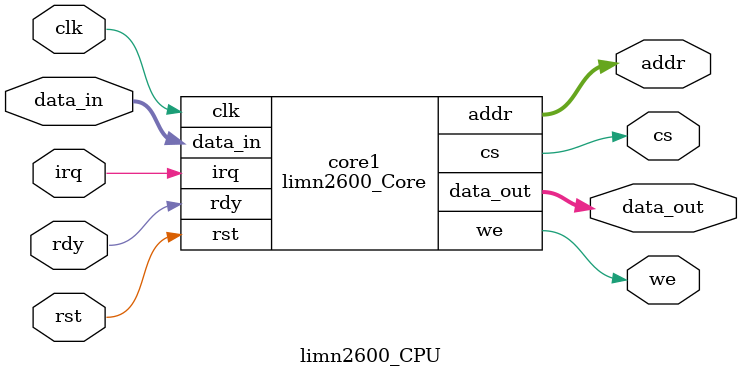
<source format=v>
module limn2600_ALU
( // Parameter
    input rst,
    input clk,
    input [2:0] op,
    input [31:0] in0,
    input [31:0] in1,
    output reg [31:0] out
);
    always @(posedge clk) begin
        casez(op)
            3'b111: begin
                $display("%m: add");
                out <= in0 + in0;
                end
            3'b110: begin
                $display("%m: sub");
                out <= in0 - in1;
                end
            3'b011: begin
                $display("%m: and");
                out <= in0 & in1;
                end
            3'b010: begin
                $display("%m: xor");
                out <= in0 ^ in1;
                end
            3'b001: begin
                $display("%m: or");
                out <= in0 | in1;
                end
            3'b101: begin
                $display("%m: slt");
                out = { 31'h0, in0 < in1 };
                end
            3'b100: begin
                $display("%m: slts");
                // tmp32 is positive, register is negative
                if((in0 & 32'h80000000) != 0 && in1 & 32'h80000000 == 0) begin
                    out <= 1;
                // tmp32 is negative, register is positive
                end else if((in0& 32'h80000000) == 0 && in1 & 32'h80000000 != 0) begin
                    out <= 0;
                end else begin
                    out = { 31'h0, in0 < in1 };
                end
                end
            3'b000: begin
                out <= 0;
                end
        endcase
    end
endmodule

///////////////////////////////////////////////////////////////////////////////
//
// Limn2600 Core
//
// Executes an instruction, multiple instances of this module are used
// for executing the whole instruction queue
//
///////////////////////////////////////////////////////////////////////////////
module limn2600_Core
#( // Parameter
    parameter INSN_QUEUE_SIZE = 16
)
( // Interface
    input rst,
    input clk,
    input irq,
    output reg [31:0] addr,
    input [31:0] data_in,
    output reg [31:0] data_out,
    input rdy, // Whetever we can fetch instructions
    output reg we, // Write-Enable (1 = we want to write, 0 = we want to read)
    output reg cs // Command-State (1 = memory commands active, 0 = memory commands ignored)
);
    // Perform an ALU op
    function [31:0] alu_op_result(
        input [2:0] op,
        input [31:0] a,
        input [31:0] b
    );
        casez(op)
            3'b111: begin // ADD
                $display("%m: add");
                alu_op_result = a + b;
                end
            3'b110: begin // SUB
                $display("%m: sub");
                alu_op_result = a - b;
                end
            3'b011: begin // AND
                $display("%m: and");
                alu_op_result = a & b;
                end
            3'b010: begin // XOR
                $display("%m: xor");
                alu_op_result = a ^ b;
                end
            3'b001: begin // OR
                $display("%m: or");
                alu_op_result = a | b;
                end
            3'b101: begin // SLT
                $display("%m: slt");
                alu_op_result = { 31'h0, a < b };
                end
            3'b100: begin // SLTS
                $display("%m: slts");
                // tmp32 is positive, register is negative
                if((a & 32'h80000000) != 0 && (b & 32'h80000000) == 0) begin
                    alu_op_result = 1;
                // tmp32 is negative, register is positive
                end else if((a & 32'h80000000) == 0 && (b & 32'h80000000) != 0) begin
                    alu_op_result = 0;
                end else begin
                    alu_op_result = { 31'h0, a < b };
                end
                end
            default: begin end
        endcase
    endfunction

    // State
    reg [31:0] tmp32; // Temporal value
    reg [31:0] regs[0:31]; // Limnstation has 32 registers
    reg [31:0] ctl_regs[0:31];
    reg [31:0] pc; // Program counter
    reg [2:0] state;
    reg took_branch; // Whetever a branch was taken (state)

    // I/O machine
    reg [1:0] trans_size; // Memory transfer size
    reg [31:0] write_value; // Write value
    reg [4:0] read_regno; // Register to place the read of memory into
    reg [31:0] rw_addr; // Read-Write address

    localparam S_FETCH = 0;
    localparam S_EXECUTE = 1;
    localparam S_PREWRITE = 2;
    localparam S_WRITE = 3;
    localparam S_READ = 4;
    localparam S_HALT = 5;
    localparam S_BRANCHED = 6;
    
    // Instruction fetcher
    reg stall_fetch;
    reg fetch_addr_queue[0:INSN_QUEUE_SIZE - 1]; // Whetever this instruction takes a branch
    reg [31:0] fetch_addr; // Address to fetch on, reset on JAL/J/BR
    wire [31:0] execute_inst = icache_data_out; // Instruction to execute
    reg [3:0] fetch_inst_queue_num;
    reg [3:0] execute_inst_queue_num;

    // Branch prediction (fetcher stage)
    reg [3:0] regs_predict[0:31]; // Flags for the BP to tag registers
    parameter
        RP_NON_ZERO = 4'b0001, // Register is non-zero
        RP_ZERO = 4'b0000, // Register might be zero
        RP_UNSPEC_MEM = 4'b0010; // Register depends on memory value

    // Instruction executor
    reg stall_execute;
    wire [28:0] f_imm29 = data_in[31:3];
    wire [22:0] f_imm21 = data_in[31:9];
    wire [21:0] f_imm22 = data_in[27:6]; // BRK and SYS
    wire [4:0] f_imm5 = data_in[31:27];
    wire [15:0] f_imm16 = data_in[31:16];
    wire [5:0] f_inst_lo = data_in[5:0];
    wire [4:0] f_opreg1 = data_in[10:6];
    wire [4:0] f_opreg2 = data_in[15:11];
    wire [4:0] f_opreg3 = data_in[20:16];
    wire [4:0] f_opreg4 = data_in[25:21];
    wire [5:0] f_inst_hi = data_in[31:26];
    wire [1:0] f_opg1_instmode = data_in[27:26];

    wire [28:0] imm29 = execute_inst[31:3];
    wire [22:0] imm21 = execute_inst[31:9];
    wire [21:0] imm22 = execute_inst[27:6]; // BRK and SYS
    wire [4:0] imm5 = execute_inst[31:27];
    wire [15:0] imm16 = execute_inst[31:16];
    wire [5:0] inst_lo = execute_inst[5:0];
    wire [4:0] opreg1 = execute_inst[10:6];
    wire [4:0] opreg2 = execute_inst[15:11];
    wire [4:0] opreg3 = execute_inst[20:16];
    wire [4:0] opreg4 = execute_inst[25:21];
    wire [5:0] inst_hi = execute_inst[31:26];
    wire [1:0] opg1_instmode = execute_inst[27:26];
    parameter
        OP_JALR = 6'b11_1000,
        OP_J_OR_JAL = 6'b??_?11?,
        OP_BEQ = 6'b11_1101,
        OP_BNE = 6'b11_0101,
        OP_BLT = 6'b10_1101,
        OP_LUI = 6'b00_0100,
        OP_MOV16 = 6'b1?_?010,
        OP_MOV5 = 6'b0?_?010; // Advanced arithmethic, atomics, etc
    // Arithmethic mode
    parameter OP_NOR = 3'b000;
    // Group 1
    // Move's length
    parameter
        OP_G1_MV_BYTE = 2'b11,
        OP_G1_MV_INT = 2'b10,
        OP_G1_MV_LONG = 2'b01,
        OP_G1_MV_BITMASK = 2'b11;
    // Opcodes
    parameter
        OP_G1_MOV_TR = 4'b11??,
        OP_G1_MOV_FR = 4'b10??,
        OP_G1_NOP = 4'b1000;
    // Opcode modes
    parameter
        OPM_G1_LHS = 2'b00,
        OPM_G1_RHS = 2'b01,
        OPM_G1_ASH = 2'b10,
        OPM_G1_ROR = 2'b11;
    // Group 2
    parameter
        OP_G2_MFCR = 4'b1111,
        OP_G2_MTCR = 4'b1110, // If opreg1 is zero then CR=REG, otherwise REG=CR
        OP_G2_CACHEI = 4'b1000,
        OP_G2_HLT = 4'b1100; // Halt until IRQ
    // Group 3
    parameter
        OP_G3_MUL = 4'b1111,
        OP_G3_DIV = 4'b1101,
        OP_G3_DIVS = 4'b1100,
        OP_G3_MOD = 4'b1011,
        OP_G3_LL = 4'b1001,
        OP_G3_SC = 4'b1000,
        OP_G3_BRK = 4'b0001,
        OP_G3_SYS = 4'b0000;
    // Register numbers
    parameter
        REG_LR = 31;
    parameter
        CREG_RS = 0, // Processor status
        CREG_ERS = 1, // TODO: This isn't standard on Limn2600
        CREG_TBLO = 2, // TLB entry
        CREG_EPC = 3, // PC before except
        CREG_EVEC = 4,
        CREG_PGTB = 5,
        CREG_TBINDEX = 6,
        CREG_EBADADDR = 7,
        CREG_TBVEC = 8,
        CREG_FWVEC = 9,
        CREG_TBSCRATCH = 10,
        CREG_TBHI = 11;
    // MMU and exceptions
    parameter
        ECAUSE_INTERRUPT = 2,
        ECAUSE_SYSCALL = 3,
        ECAUSE_BUS_ERROR = 4,
        ECAUSE_BREAKPOINT = 6,
        ECAUSE_INVALID_INST = 7,
        ECAUSE_PRIV_VIOLAT = 8,
        ECAUSE_UNALIGNED = 9,
        ECAUSE_PAGE_FAULT = 12,
        ECAUSE_PAGE_FAULT_WR = 13,
        ECAUSE_TLB_REFILL = 15;
    // NOTE: While the Limn2600 spec says this is not a vlid opcode
    // we say otherwise, and this is only used internally, so hopefully
    // nothing bad happens from this!
    parameter OP_TRULY_NOP = 32'b0;

    integer i;

    reg icache_we;
    reg [31:0] icache_addr_in;
    wire [31:0] icache_data_out;
    limn2600_cache icache(
        .rst(rst),
        .clk(clk),
        .we(icache_we),
        .addr_in(icache_addr_in),
        .addr_out(pc),
        .data_in(data_in),
        .data_out(icache_data_out)
    );

    always @(posedge clk) begin
        if(rst) begin
            $display("%m: Reset");
            for(i = 0; i < INSN_QUEUE_SIZE; i++) begin
                fetch_addr_queue[i] = 0;
            end
            pc <= 32'hFFFE0000;
            state <= S_EXECUTE;
            fetch_inst_queue_num <= 0;
            execute_inst_queue_num <= 0;
            icache_addr_in <= 0;
            stall_execute <= 0;
            stall_fetch <= 0;
            fetch_addr <= 32'hFFFE0000;
        end else if(irq) begin
            $display("%m: IRQ event!");
            ctl_regs[CREG_EBADADDR] <= pc;
            pc <= ctl_regs[CREG_EVEC];
            ctl_regs[CREG_RS][31:28] <= ECAUSE_INTERRUPT;
            stall_fetch <= 1;
            state <= S_BRANCHED;
        end
        regs[0] <= 0;
        regs_predict[0] <= 0;
    end

    // Fetch
    always @(posedge clk) begin
        cs <= 1;
        addr <= rw_addr;
        if(stall_fetch) begin
            $display("%m: (Fetch) Stalled!");
            if(state == S_READ) begin
                $display("%m: S_READ");
                stall_fetch <= 1;
                we <= 0; // Read value and emplace on register
                if(rdy) begin // Appropriately apply masks
                    casez(trans_size)
                    OP_G1_MV_BYTE: begin // 1-bytes, 4-per-cell
                        regs[read_regno] <= (data_in & 32'hFF) << ((rw_addr & 32'd3) << 32'd3);
                        end
                    OP_G1_MV_INT: begin // 2-bytes, 2-per-cell
                        regs[read_regno] <= (data_in & 32'hFFFF) << ((rw_addr & 32'd1) << 32'd4);
                        end
                    OP_G1_MV_LONG: begin // 4-bytes, 1-per-cell
                        regs[read_regno] <= (data_in & 32'hFFFFFFFF);
                        end
                    default: begin
                        // TODO: Raise exception for unknown size, or use this size for 8-bytes?
                        end
                    endcase
                    state <= S_EXECUTE;
                    stall_fetch <= 0;
                end
            // Fetch the element from SRAM with 32-bits per unit of data
            // rememeber that we also need to write bytes so unaligned accesses
            // are allowed by the CPU because fuck you
            end else if(state == S_PREWRITE) begin
                // Prewrite is in charge of reading the value and then writting it back with the desired offset
                // so we can support unaligned accesses
                $display("%m: S_PREWRITE");
                stall_fetch <= 1;
                we <= 0; // Read the value first
                if(rdy) begin
                    // Appropriately apply masks
                    casez(trans_size)
                    OP_G1_MV_BYTE: begin // 1-bytes, 4-per-cell
                        write_value <= (data_in & ~(32'hFF << ((rw_addr % 4) * 8))) | ((write_value & 32'hFF) << ((rw_addr % 4) * 8));
                        end
                    OP_G1_MV_INT: begin // 2-bytes, 2-per-cell
                        write_value <= (data_in & ~(32'hFFFF << ((rw_addr % 4) * 8))) | ((write_value & 32'hFFFF) << ((rw_addr % 4) * 8));
                        end
                    OP_G1_MV_LONG: begin // 4-bytes, 1-per-cell
                        if((rw_addr & 3) == 0) begin // Aligned access
                            we <= 1;
                            data_out <= write_value;
                            state <= S_EXECUTE;
                            stall_fetch <= 0;
                        end else begin // Unaligned access
                            $display("%m: unaligned write of long!");
                            ctl_regs[CREG_EBADADDR] <= pc;
                            pc <= ctl_regs[CREG_EVEC];
                            ctl_regs[CREG_RS][31:28] <= ECAUSE_UNALIGNED;
                            stall_fetch <= 1;
                            state <= S_BRANCHED;
                        end
                        end
                    default: begin
                        // TODO: Raise exception for unknown size, or use this size for 8-bytes?
                        end
                    endcase
                    state <= S_WRITE;
                    $display("%m: write_value=0x%h,rw_addr=0x%h,data_in=0x%h", write_value, rw_addr, data_in);
                end
            end else if(state == S_WRITE) begin
                $display("%m: S_WRITE");
                stall_fetch <= 1;
                we <= 1; // Write the value, then return to fetching
                data_out <= write_value;
                if(rdy) begin
                    $display("%m: data_out=0x%h,write_value=0x%h,addr=0x%h", data_out, write_value, addr);
                    state <= S_EXECUTE;
                    stall_fetch <= 0;
                end
            end
        end else begin
            $display("%m: (Fetch) Fetching,num=%d", fetch_inst_queue_num);
            addr <= fetch_addr;
            we <= 0; // Read from memory
            icache_we <= 0;
            icache_addr_in <= fetch_addr;
            // Once we can fetch instructions we save the state, but only if
            // we aren't overwriting something being used by the executor!
            if(rdy && fetch_inst_queue_num != execute_inst_queue_num) begin
                $display("%m: (Fetch) Fetched inst=%b,fetch-num=%d,exec-num=%d,fetch=0x%h", data_in, fetch_inst_queue_num, execute_inst_queue_num, fetch_addr);
                icache_we <= 1; // Send the fetched instruction onto the i-cache
                fetch_addr_queue[fetch_inst_queue_num] <= 0; // Normally we don't branch
                fetch_inst_queue_num <= fetch_inst_queue_num + 1; // Increment instruction number
                fetch_addr <= fetch_addr + 4; // Advance to next op
                casez(f_inst_lo)
                    // JALR [rd], [ra], [imm29]
                    OP_JALR: begin end // TODO: Prediction for JALR
                    // JAL [imm29]
                    OP_J_OR_JAL: begin // This one is good because it's guaranteed to branch
                        $display("%m: (Branch Predict) jal [0x%h],lr=0x%h", { 3'h0, f_imm29 } << 2, fetch_addr + 4);
                        if(f_inst_lo[0] == 0) begin // JAL variant clobbers LR
                            regs_predict[REG_LR] <= regs_predict[REG_LR] | RP_NON_ZERO;
                        end
                        fetch_addr <= (fetch_addr & 32'h80000000) | ({ 3'h0, f_imm29 } << 2);
                        fetch_addr_queue[fetch_inst_queue_num] <= 1;
                        end
                    // Branches's signs are checked, backwards branches are often used in loops
                    // BEQ ra, [imm21]
                    OP_BEQ: begin
                        $display("%m: (Branch Predict) beq r%d,[%h]", f_opreg1, f_imm21);
                        if(f_imm21[20] == 1 || 1) begin
                            if(f_imm21[20] == 0) fetch_addr <= fetch_addr + ({ 12'h0, f_imm21[19:0] } << 2);
                            else fetch_addr <= fetch_addr - ({ 12'h0, f_imm21[19:0] } << 2);
                            fetch_addr_queue[fetch_inst_queue_num] <= 1;
                            $display("%m: (Branch Predict) Will be taken");
                        end else begin
                            $display("%m: (Branch Predict) Will not be taken");
                        end
                        end
                    // BNE ra, [imm21]
                    OP_BNE: begin
                        $display("%m: (Branch Predict) bne r%d,[%h]", f_opreg1, f_imm21);
                        if(f_imm21[20] == 1 || 1) begin
                            if(f_imm21[20] == 0) fetch_addr <= fetch_addr + ({ 12'h0, f_imm21[19:0] } << 2);
                            else fetch_addr <= fetch_addr - ({ 12'h0, f_imm21[19:0] } << 2);
                            fetch_addr_queue[fetch_inst_queue_num] <= 1;
                            $display("%m: (Branch Predict) Will be taken");
                        end else begin
                            $display("%m: (Branch Predict) Will not be taken");
                        end
                        end
                    // BLT ra, [imm21]
                    OP_BLT: begin
                        $display("%m: (Branch Predict) blt r%d,[%h]", f_opreg1, f_imm21);
                        if(f_imm21[20] == 1 || (regs_predict[f_opreg1] & RP_ZERO) == 1) begin
                            if(f_imm21[20] == 0) fetch_addr <= fetch_addr + ({ 12'h0, f_imm21[19:0] } << 2);
                            else fetch_addr <= fetch_addr - ({ 12'h0, f_imm21[19:0] } << 2);
                            fetch_addr_queue[fetch_inst_queue_num] <= 1;
                            $display("%m: (Branch Predict) Will be taken");
                        end else begin
                            $display("%m: (Branch Predict) Will not be taken");
                        end
                        end
                    // ADDI [rd], [rd], [imm16]
                    // SUBI [rd], [rd], [imm16]
                    // SLTI [rd], [rd], [imm16]
                    // SLTIS [rd], [rd], [imm16]
                    // ANDI [rd], [rd], [imm16]
                    // XORI [rd], [rd], [imm16]
                    // ORI [rd], [rd], [imm16]
                    // LUI [rd], [rd], [imm16]
                    6'b??_?100: begin
                        if(f_imm16 != 16'b0) begin
                            regs_predict[f_opreg1] <= RP_NON_ZERO;
                        end else begin
                            regs_predict[f_opreg1] <= regs_predict[f_opreg2] | regs_predict[f_opreg3];
                        end
                        end
                    6'b1?_?011: begin // MOV rd, [ra + imm16]
                        regs_predict[f_opreg1] <= regs_predict[f_opreg1] | RP_UNSPEC_MEM;
                        end
                    6'b??_?010: begin end // MOV [ra + imm16], rd
                    // Instructions starting with 111001
                    6'b11_1001: begin
                        casez(f_inst_hi[4:2])
                            3'b111: regs_predict[f_opreg1] <= regs_predict[f_opreg2] | regs_predict[f_opreg3];
                            3'b110: regs_predict[f_opreg1] <= regs_predict[f_opreg2] | regs_predict[f_opreg3];
                            3'b011: regs_predict[f_opreg1] <= regs_predict[f_opreg2] | regs_predict[f_opreg3];
                            3'b010: regs_predict[f_opreg1] <= regs_predict[f_opreg2] | regs_predict[f_opreg3];
                            3'b001: regs_predict[f_opreg1] <= regs_predict[f_opreg2] | regs_predict[f_opreg3];
                            3'b101: regs_predict[f_opreg1] <= regs_predict[f_opreg2] | regs_predict[f_opreg3];
                            3'b100: regs_predict[f_opreg1] <= regs_predict[f_opreg2] | regs_predict[f_opreg3];
                            default: begin end
                        endcase
                        // These high 1 bit is indicative of a MOV, the following 3 bytes MUST have atleast one set
                        if(f_inst_hi[5] == 1 && (f_inst_hi[4:2] & 3'b111) != 0 && (f_inst_hi[5:2] & 4'b1100) == 4'b1100) begin
                            regs_predict[f_opreg1] <= regs_predict[f_opreg1] | RP_UNSPEC_MEM;
                        end
                        end
                    6'b10_1001: begin
                        $display("%m: (Branch Predict) privileged_inst");
                        casez(f_inst_hi[5:2])
                        OP_G2_MFCR: begin end
                        OP_G2_MTCR: begin end
                        OP_G2_CACHEI: begin end
                        OP_G2_HLT: begin end
                        default: fetch_addr <= ctl_regs[CREG_EVEC];
                        endcase
                        end
                    6'b11_0001: begin
                        $display("%m: (Branch Predict) special_insn");
                        casez(f_inst_hi[5:2])
                            OP_G3_DIV: regs_predict[f_opreg1] <= regs_predict[f_opreg2] | regs_predict[f_opreg3];
                            OP_G3_DIVS: regs_predict[f_opreg1] <= regs_predict[f_opreg2] | regs_predict[f_opreg3];
                            OP_G3_MOD: regs_predict[f_opreg1] <= regs_predict[f_opreg2] | regs_predict[f_opreg3];
                            OP_G3_MUL: regs_predict[f_opreg1] <= regs_predict[f_opreg2] | regs_predict[f_opreg3];
                            OP_G3_BRK: fetch_addr <= ctl_regs[CREG_EVEC];
                            OP_G3_SYS: fetch_addr <= ctl_regs[CREG_EVEC];
                            default: fetch_addr <= ctl_regs[CREG_EVEC];
                        endcase
                        end
                    default: begin
                        // ...
                        end
                endcase
            end
        end
    end

    // Execution thread
    always @(posedge clk) begin
        if(!stall_execute) begin
            for(i = 0; i < INSN_QUEUE_SIZE; i++) begin
                if(i[3:0] == fetch_inst_queue_num) begin
                    $display("%m: insn_queue #%2d addr=0x%h <-- FETCH", i, fetch_addr_queue[i]);
                end else if(i[3:0] == execute_inst_queue_num) begin
                    $display("%m: insn_queue #%2d addr=0x%h <-- EXECUTE", i, fetch_addr_queue[i]);
                end else begin
                    $display("%m: insn_queue #%2d addr=0x%h", i, fetch_addr_queue[i]);
                end
            end

            if(state == S_BRANCHED) begin
                $display("%m: S_BRANCHED");
                // We have to decrement 1 the instruction number of the execution unit because it is automatically incremented by the
                // parallel executor thread (see below)
                if(took_branch != fetch_addr_queue[execute_inst_queue_num]) begin
                    $display("%m: (Branch Predict) Failed prediction pc=0x%h", pc);
                    if(took_branch == 1) begin
                        $display("%m: (Branch Predict) I tought it wouldn't branch, but it did");
                    end else begin
                        $display("%m: (Branch Predict) I tought it would branch, but it did");
                    end

                    for(i = 0; i < INSN_QUEUE_SIZE; i++) begin // Reset fetching
                        fetch_addr_queue[i] = 0;
                    end
                    fetch_inst_queue_num <= 0;
                    execute_inst_queue_num <= 0;
                    stall_execute <= 0;
                    stall_fetch <= 0;
                    // This is used to update the fetch address after an exception or PC, meaning we had to stall
                    // so let's unstall the fetcher
                    fetch_addr <= pc;
                end else begin
                    $display("%m: (Branch Predict) Success! prediction pc=0x%h", pc);
                end
                state <= S_EXECUTE;
                stall_fetch <= 0;
            end else begin
                $display("%m: Execution,num=%d,icache_data_out=0x%h,inst=0x%h,addr=0x%h,pc=0x%h", execute_inst_queue_num, icache_data_out, execute_inst, fetch_addr_queue[execute_inst_queue_num], pc);
                took_branch <= 0;
                execute_inst_queue_num <= execute_inst_queue_num + 1;
                casez(inst_lo)
                    // This is an invalid opcode, but used internally as a "true no-op", no PC is modified
                    // no anything is modified, good for continuing the executor without stanling
                    6'b00_0000: begin
                        $display("%m: tnop");
                        end
                    // JALR [rd], [ra], [imm29]
                    OP_JALR: begin
                        $display("%m: jalr r%d,r%d,[%h]", opreg1, opreg2, { 8'h0, imm16 } << 2);
                        regs[opreg1] <= pc + 4;
                        pc <= regs[opreg2] + ({ 16'h0, imm16 } << 2); // TODO: Sign extend
                        // No need to stall or inform of a branch, since we can accurately
                        // predict that this jump will ALWAYS happen
                        stall_fetch <= 1;
                        state <= S_BRANCHED;
                        took_branch <= 1;
                        end
                    // JAL [imm29]
                    OP_J_OR_JAL: begin
                        $display("%m: jal [0x%8h],lr=0x%8h", { 3'h0, imm29 } << 2, pc + 4);
                        if(execute_inst[0] == 1) begin
                            regs[REG_LR] <= pc + 4;
                        end
                        pc <= (pc & 32'h80000000) | ({ 3'h0, imm29 } << 2);
                        // No need to stall or inform of a branch, since we can accurately
                        // predict that this jump will ALWAYS happen
                        took_branch <= 1;
                        end
                    // BEQ ra, [imm21]
                    OP_BEQ: begin
                        $display("%m: beq r%d,[%h]", opreg1, imm21);
                        if(regs[opreg1] == 32'h0) begin
                            $display("%m: Branch taken!");
                            if(imm21[20] == 1) pc <= pc - ({ 12'h0, imm21[19:0] } << 2);
                            else pc <= pc + ({ 12'h0, imm21[19:0] } << 2);
                            took_branch <= 1;
                        end else begin
                            pc <= pc + 4;
                        end
                        stall_fetch <= 1;
                        state <= S_BRANCHED;
                        end
                    // BNE ra, [imm21]
                    OP_BNE: begin
                        $display("%m: bne r%d,[%h]", opreg1, imm21);
                        if(regs[opreg1] != 32'h0) begin
                            $display("%m: Branch taken!");
                            if(imm21[20] == 1) pc <= pc - ({ 12'h0, imm21[19:0] } << 2);
                            else pc <= pc + ({ 12'h0, imm21[19:0] } << 2);
                            took_branch <= 1;
                        end else begin
                            pc <= pc + 4;
                        end
                        stall_fetch <= 1;
                        state <= S_BRANCHED;
                        end
                    // BLT ra, [imm21]
                    OP_BLT: begin
                        $display("%m: blt r%d,[%h]", opreg1, imm21);
                        if(regs[opreg1][31] == 0) begin
                            $display("%m: Branch taken!");
                            if(imm21[20] == 1) pc <= pc - ({ 12'h0, imm21[19:0] } << 2);
                            else pc <= pc + ({ 12'h0, imm21[19:0] } << 2);
                            took_branch <= 1;
                        end else begin
                            pc <= pc + 4;
                        end
                        stall_fetch <= 1;
                        state <= S_BRANCHED;
                        end
                    // ADDI [rd], [rd], [imm16]
                    // SUBI [rd], [rd], [imm16]
                    // SLTI [rd], [rd], [imm16]
                    // SLTIS [rd], [rd], [imm16]
                    // ANDI [rd], [rd], [imm16]
                    // XORI [rd], [rd], [imm16]
                    // ORI [rd], [rd], [imm16]
                    // LUI [rd], [rd], [imm16]
                    6'b??_?100: begin
                        $display("%m: imm_alu_inst r%d,r%d,[0x%h]", opreg1, opreg2, imm16);
                        if(inst_lo[5:3] == 0) begin // LUI
                            $display("%m: lui r%d,r%d,[0x%h]", opreg1, opreg2, imm16);
                            regs[opreg1] <= regs[opreg2] | ({ 16'b0, imm16 } << 16);
                            // TODO: Fuse OPS for example LA comes as LUI+ORI
                        end else begin // Rest of ops
                            regs[opreg1] <= alu_op_result(inst_lo[5:3], regs[opreg2], { 16'b0, imm16 });
                        end
                        pc <= pc + 4;
                        end
                    6'b1?_?011: begin // MOV rd, [ra + imm16]
                        $display("%m: mov(16)(R) [r%d+%h],r%d,sz=%b", opreg1, { 8'h0, imm16 }, opreg2, inst_lo[4:3]);
                        trans_size <= inst_lo[4:3]; // Check OP_G1_MV_BITMASK
                        read_regno <= opreg1;
                        rw_addr <= regs[opreg2] + { 16'h0, imm16 };
                        state <= S_READ;
                        stall_fetch <= 1;
                        pc <= pc + 4;
                        end
                    6'b??_?010: begin // MOV [ra + imm16], rd
                        $display("%m: mov(5)(W) [r%d+%h],[%d],sz=%b", opreg1, { 8'h0, imm16 }, imm5, inst_lo[4:3]);
                        trans_size <= inst_lo[4:3]; // Check OP_G1_MV_BITMASK
                        if(inst_lo[5] == 0) begin // Write immediate
                            write_value <= { 27'h0, imm5 };
                        end else begin // Write register rb
                            write_value <= regs[opreg2];
                        end
                        rw_addr <= regs[opreg1] + { 16'h0, imm16 };
                        state <= S_PREWRITE;
                        stall_fetch <= 1;
                        pc <= pc + 4;
                        end
                    // Instructions starting with 111001
                    6'b11_1001: begin
                        $display("%m: alu_inst r%d,r%d,r%d,instmode=%b,op=%b", opreg1, opreg2, opreg3, opg1_instmode, inst_hi);
                        // Instmode
                        casez(opg1_instmode)
                            OPM_G1_LHS: tmp32 <= regs[opreg3] >> { 26'h0, imm5};
                            OPM_G1_RHS: tmp32 <= regs[opreg3] << { 26'h0, imm5};
                            OPM_G1_ASH: tmp32 <= regs[opreg3] >>> { 26'h0, imm5}; // TODO: What is ASH?
                            OPM_G1_ROR: tmp32 <= regs[opreg3] >>> { 26'h0, imm5};
                        endcase

                        if(inst_hi[4:2] == OP_NOR) begin
                            $display("%m: nor");
                            regs[opreg1] <= ~(regs[opreg2] | tmp32);
                        end else begin
                            regs[opreg1] <= alu_op_result(inst_hi[4:2], regs[opreg2], tmp32);
                        end

                        // These high 1 bit is indicative of a MOV, the following 3 bytes MUST have atleast one set
                        if(inst_hi[5] == 1 && (inst_hi[4:2] & 3'b111) != 0) begin
                            casez(inst_hi[5:2])
                                OP_G1_MOV_FR: begin // Move-From-Registers
                                    $display("%m: mov(FR) [r%d+r%d+%d],r%d,sz=%b", opreg2, opreg3, imm5, opreg1, inst_hi[3:2]);
                                    trans_size <= inst_hi[3:2]; // Check OP_G1_MV_BITMASK
                                    write_value <= regs[opreg1];
                                    rw_addr <= regs[opreg2] + tmp32;
                                    state <= S_PREWRITE;
                                    stall_fetch <= 1;
                                    end
                                OP_G1_MOV_TR: begin // Move-To-Register
                                    $display("%m: mov(TR) r%d,[r%d+r%d+%d],sz=%b", opreg1, opreg2, opreg3, imm5, inst_hi[3:2]);
                                    trans_size <= inst_hi[3:2]; // Check OP_G1_MV_BITMASK
                                    read_regno <= opreg1;
                                    rw_addr <= regs[opreg2] + tmp32;
                                    state <= S_READ;
                                    stall_fetch <= 1;
                                    end
                                default: begin end
                            endcase
                        end
                        pc <= pc + 4;
                        end
                    6'b10_1001: begin
                        $display("%m: privileged_inst");
                        casez(inst_hi[5:2])
                        OP_G2_MFCR: begin
                            $display("%m: mtcr r%d,cr%d", opreg1, opreg3);
                            regs[opreg1] <= ctl_regs[opreg3];
                            pc <= pc + 4;
                            end
                        OP_G2_MTCR: begin
                            $display("%m: mtcr cr%d,r%d", opreg3, opreg2);
                            ctl_regs[opreg3] <= regs[opreg2];
                            pc <= pc + 4;
                            end
                        // CACHEI [imm22]
                        OP_G2_CACHEI: begin
                            $display("%m: cachei [%h]", imm22);
                            pc <= pc + 4;
                            end
                        // FWC [imm22]
                        4'b1010: begin
                            ctl_regs[CREG_EBADADDR] <= pc;
                            pc <= ctl_regs[CREG_FWVEC];
                            ctl_regs[CREG_RS][31:28] <= ECAUSE_SYSCALL;
                            end
                        OP_G2_HLT: begin
                            $display("%m: hlt [%h]", imm22);
                            pc <= pc + 4;
                            state <= S_HALT;
                            end
                        default: begin // Invalid instruction
                            $display("%m: invalid_grp2=0b%b", inst_hi[5:2]);
                            ctl_regs[CREG_EBADADDR] <= pc;
                            pc <= ctl_regs[CREG_EVEC];
                            ctl_regs[CREG_RS][31:28] <= ECAUSE_INVALID_INST;
                            end
                        endcase
                        end
                    6'b11_0001: begin
                        $display("%m: advanced_cohost_alu");
                        casez(inst_hi[5:2])
                            OP_G3_BRK: begin
                                $display("%m: brk [%h]", imm22);
                                // TODO: Is imm22 used at all?
                                ctl_regs[CREG_EBADADDR] <= pc;
                                pc <= ctl_regs[CREG_EVEC];
                                ctl_regs[CREG_RS][31:28] <= ECAUSE_BREAKPOINT;
                                stall_fetch <= 1;
                                state <= S_BRANCHED;
                                end
                            OP_G3_DIV: begin
                                if(opreg4 != 5'b0) begin
                                    // Raise UD
                                    $display("%m: exception - invalid div inst=%b", execute_inst);
                                    ctl_regs[CREG_EBADADDR] <= pc;
                                    pc <= ctl_regs[CREG_EVEC];
                                    ctl_regs[CREG_RS][31:28] <= ECAUSE_INVALID_INST;
                                    stall_fetch <= 1;
                                    state <= S_BRANCHED;
                                end else begin
                                    regs[opreg1] <= regs[opreg2] / regs[opreg3];
                                    pc <= pc + 4;
                                end
                                end
                            OP_G3_DIVS: begin
                                if(opreg4 != 5'b0) begin
                                    // Raise UD
                                    $display("%m: exception - invalid divs inst=%b", execute_inst);
                                    ctl_regs[CREG_EBADADDR] <= pc;
                                    pc <= ctl_regs[CREG_EVEC];
                                    ctl_regs[CREG_RS][31:28] <= ECAUSE_INVALID_INST;
                                    stall_fetch <= 1;
                                    state <= S_BRANCHED;
                                end else begin
                                    // TODO: Properly perform signed division
                                    regs[opreg1] <= { (regs[opreg2][31] | regs[opreg3][31]), regs[opreg2][30:0] / regs[opreg3][30:0] };
                                    pc <= pc + 4;
                                end
                                end
                            OP_G3_LL: begin
                                // TODO: Is this a memory access?
                                pc <= pc + 4;
                                end
                            OP_G3_MOD: begin
                                if(opreg4 != 5'b0) begin
                                    // Raise UD
                                    $display("%m: exception - invalid mod inst=%b", execute_inst);
                                    ctl_regs[CREG_EBADADDR] <= pc;
                                    pc <= ctl_regs[CREG_EVEC];
                                    ctl_regs[CREG_RS][31:28] <= ECAUSE_INVALID_INST;
                                    stall_fetch <= 1;
                                    state <= S_BRANCHED;
                                end else begin
                                    regs[opreg1] <= regs[opreg2] % regs[opreg3];
                                    pc <= pc + 4;
                                end
                                end
                            OP_G3_MUL: begin
                                if(opreg4 != 5'b0) begin
                                    // Raise UD
                                    $display("%m: exception - invalid mul inst=%b", execute_inst);
                                    ctl_regs[CREG_EBADADDR] <= pc;
                                    pc <= ctl_regs[CREG_EVEC];
                                    ctl_regs[CREG_RS][31:28] <= ECAUSE_INVALID_INST;
                                    stall_fetch <= 1;
                                    state <= S_BRANCHED;
                                end else begin
                                    regs[opreg1] <= regs[opreg2] * regs[opreg3];
                                    pc <= pc + 4;
                                end
                                end
                            OP_G3_SC: begin
                                // TODO: Is this a memory access?
                                pc <= pc + 4;
                                end
                            OP_G3_SYS: begin
                                $display("%m: sys [%h]", imm22);
                                // TODO: Is imm22 used at all?
                                ctl_regs[CREG_EBADADDR] <= pc;
                                pc <= ctl_regs[CREG_EVEC];
                                ctl_regs[CREG_RS][31:28] <= ECAUSE_SYSCALL;
                                stall_fetch <= 1;
                                state <= S_BRANCHED;
                                end
                            default: begin
                                end
                        endcase
                        end
                    default: begin
                        $display("%m: invalid_opcode,inst=%b", execute_inst);
                        ctl_regs[CREG_EBADADDR] <= pc;
                        pc <= ctl_regs[CREG_EVEC];
                        ctl_regs[CREG_RS][31:28] <= ECAUSE_INVALID_INST;
                        stall_fetch <= 1;
                        state <= S_BRANCHED;
                    end
                endcase
            end
        end
    end

    always @(posedge clk) begin
        $display("%m: state=%d,pc=0x%8h,data_in=0x%8h,data_out=0x%8h,addr=0x%8h", state, pc, data_in, data_out, addr);
        for(i = 0; i < 32; i = i + 8) begin
            $display("%m: %2d=0x%8h,%2d=0x%8h,%2d=0x%8h,%2d=0x%8h,%2d=0x%8h,%2d=0x%8h,%2d=0x%8h,%2d=0x%8h", i, regs[i], i + 1, regs[i + 1], i + 2, regs[i + 2], i + 3, regs[i + 3], i + 4, regs[i + 4], i + 5, regs[i + 5], i + 6, regs[i + 6], i + 7, regs[i + 7]);
        end
    end
endmodule

///////////////////////////////////////////////////////////////////////////////
//
// Limn2600 Core
//
// Executes an instruction, multiple instances of this module are used
// for executing the whole instruction queue
//
///////////////////////////////////////////////////////////////////////////////
module limn2600_CPU
#( // Parameters
    parameter NUM_CORES = 4
)
( // Interface
    input rst,
    input clk,
    input irq,
    output [31:0] addr,
    input [31:0] data_in,
    output [31:0] data_out,
    input rdy, // Whetever we can fetch instructions
    output we, // Write-Enable (1 = we want to write, 0 = we want to read)
    output cs // Command-State (1 = memory commands active, 0 = memory commands ignored)
);

    limn2600_Core core1(
        .rst(rst),
        .clk(clk),
        .irq(irq),
        .addr(addr),
        .data_in(data_in),
        .data_out(data_out),
        .rdy(rdy),
        .we(we),
        .cs(cs)
    );
/*
    generate
        genvar i;
        for(i = 0; i < NUM_CORES; i++) begin
            limn2600_Core core[0:NUM_CORES - 1](
                .rst(rst),
                .clk(clk),
                .irq(irq),
                .addr(addr),
                .data_in(data_in),
                .data_out(data_out),
                .rdy(rdy),
                .we(we),
                .cs(cs)
            );
        end
    endgenerate
*/
endmodule

</source>
